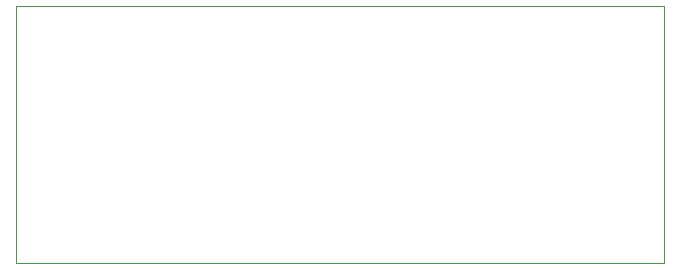
<source format=gm1>
G04 #@! TF.GenerationSoftware,KiCad,Pcbnew,(6.0.0-0)*
G04 #@! TF.CreationDate,2022-02-20T16:41:42-06:00*
G04 #@! TF.ProjectId,mactxlc,6d616374-786c-4632-9e6b-696361645f70,rev?*
G04 #@! TF.SameCoordinates,Original*
G04 #@! TF.FileFunction,Profile,NP*
%FSLAX46Y46*%
G04 Gerber Fmt 4.6, Leading zero omitted, Abs format (unit mm)*
G04 Created by KiCad (PCBNEW (6.0.0-0)) date 2022-02-20 16:41:42*
%MOMM*%
%LPD*%
G01*
G04 APERTURE LIST*
G04 #@! TA.AperFunction,Profile*
%ADD10C,0.050000*%
G04 #@! TD*
G04 APERTURE END LIST*
D10*
X204950000Y-69770000D02*
X204950000Y-48025000D01*
X208788000Y-69770000D02*
X213868000Y-69770000D01*
X242824000Y-69770000D02*
X247904000Y-69770000D01*
X204950000Y-69770000D02*
X207264000Y-69770000D01*
X214884000Y-69770000D02*
X218948000Y-69770000D01*
X226568000Y-69770000D02*
X230124000Y-69770000D01*
X237744000Y-69770000D02*
X241300000Y-69770000D01*
X248920000Y-69770000D02*
X259737800Y-69770000D01*
X207264000Y-69770000D02*
X208788000Y-69770000D01*
X213868000Y-69770000D02*
X214884000Y-69770000D01*
X218948000Y-69770000D02*
X220472000Y-69770000D01*
X225552000Y-69770000D02*
X226568000Y-69770000D01*
X230124000Y-69770000D02*
X231648000Y-69770000D01*
X236728000Y-69770000D02*
X237744000Y-69770000D01*
X241300000Y-69770000D02*
X242824000Y-69770000D01*
X247904000Y-69770000D02*
X248920000Y-69770000D01*
X259737800Y-48025000D02*
X259737800Y-69770000D01*
X220472000Y-69770000D02*
X225552000Y-69770000D01*
X231648000Y-69770000D02*
X236728000Y-69770000D01*
X204950000Y-48025000D02*
X259737800Y-48025000D01*
M02*

</source>
